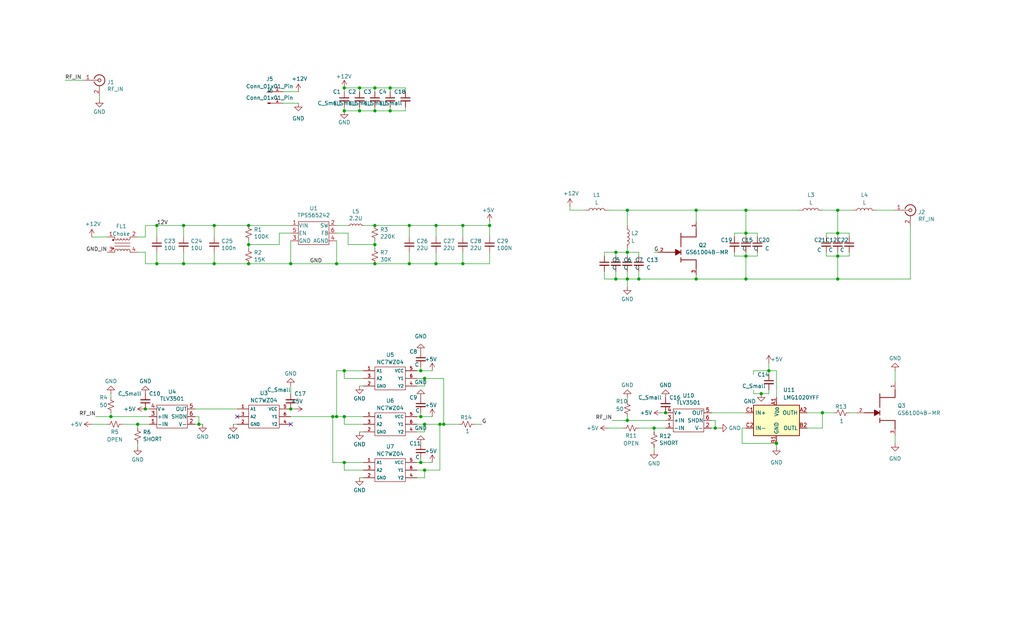
<source format=kicad_sch>
(kicad_sch (version 20231120) (generator "eeschema") (generator_version "8.0")
  (paper "User" 340.004 210.007)
  (lib_symbols
    (symbol "Connector:Conn_01x01_Pin" (pin_names (offset 1.016) hide)
      (property "Reference" "J" (at 0 2.54 0))
      (property "Value" "Conn_01x01_Pin" (at 0 -2.54 0))
      (symbol "Conn_01x01_Pin_1_1"
        (polyline (pts (xy 1.27 0) (xy 0.8636 0)) (stroke (width 0.1524)))
        (rectangle (start 0.8636 0.127) (end 0 -0.127) (stroke (width 0.1524)) (fill (type outline)))
        (pin passive line (at 5.08 0 180) (length 3.81) (name "Pin_1") (number "1"))
      )
    )
    (symbol "Connector:Conn_Coaxial" (pin_names (offset 1.016) hide)
      (property "Reference" "J" (at 0.254 3.048 0))
      (property "Value" "Conn_Coaxial" (at 2.921 0 90))
      (symbol "Conn_Coaxial_0_1"
        (arc (start -1.778 -0.508) (mid 0.2311 -1.8066) (end 1.778 0) (stroke (width 0.254)))
        (polyline (pts (xy -2.54 0) (xy -0.508 0)))
        (polyline (pts (xy 0 -2.54) (xy 0 -1.778)))
        (circle (center 0 0) (radius 0.508) (stroke (width 0.2032)))
        (arc (start 1.778 0) (mid 0.2099 1.8101) (end -1.778 0.508) (stroke (width 0.254)))
      )
      (symbol "Conn_Coaxial_1_1"
        (pin passive line (at -5.08 0 0) (length 2.54) (name "In") (number "1"))
        (pin passive line (at 0 -5.08 90) (length 2.54) (name "Ext") (number "2"))
      )
    )
    (symbol "Device:C_Small" (pin_numbers hide) (pin_names (offset 0.254) hide)
      (property "Reference" "C" (at 0.254 1.778 0))
      (property "Value" "C_Small" (at 0.254 -2.032 0))
      (symbol "C_Small_0_1"
        (polyline (pts (xy -1.524 -0.508) (xy 1.524 -0.508)) (stroke (width 0.3302)))
        (polyline (pts (xy -1.524 0.508) (xy 1.524 0.508)) (stroke (width 0.3048)))
      )
      (symbol "C_Small_1_1"
        (pin passive line (at 0 2.54 270) (length 2.032) (name "~") (number "1"))
        (pin passive line (at 0 -2.54 90) (length 2.032) (name "~") (number "2"))
      )
    )
    (symbol "Device:L" (pin_numbers hide) (pin_names (offset 1.016) hide)
      (property "Reference" "L" (at -1.27 0 90))
      (property "Value" "L" (at 1.905 0 90))
      (symbol "L_0_1"
        (arc (start 0 -2.54) (mid 0.6323 -1.905) (end 0 -1.27))
        (arc (start 0 -1.27) (mid 0.6323 -0.635) (end 0 0))
        (arc (start 0 0) (mid 0.6323 0.635) (end 0 1.27))
        (arc (start 0 1.27) (mid 0.6323 1.905) (end 0 2.54))
      )
      (symbol "L_1_1"
        (pin passive line (at 0 3.81 270) (length 1.27) (name "1") (number "1"))
        (pin passive line (at 0 -3.81 90) (length 1.27) (name "2") (number "2"))
      )
    )
    (symbol "Device:L_Small" (pin_numbers hide) (pin_names (offset 0.254) hide)
      (property "Reference" "L" (at 0.762 1.016 0))
      (property "Value" "L_Small" (at 0.762 -1.016 0))
      (symbol "L_Small_0_1"
        (arc (start 0 -2.032) (mid 0.5058 -1.524) (end 0 -1.016))
        (arc (start 0 -1.016) (mid 0.5058 -0.508) (end 0 0))
        (arc (start 0 0) (mid 0.5058 0.508) (end 0 1.016))
        (arc (start 0 1.016) (mid 0.5058 1.524) (end 0 2.032))
      )
      (symbol "L_Small_1_1"
        (pin passive line (at 0 2.54 270) (length 0.508) (name "~") (number "1"))
        (pin passive line (at 0 -2.54 90) (length 0.508) (name "~") (number "2"))
      )
    )
    (symbol "Device:R_Small_US" (pin_numbers hide) (pin_names (offset 0.254) hide)
      (property "Reference" "R" (at 0.762 0.508 0))
      (property "Value" "R_Small_US" (at 0.762 -1.016 0))
      (symbol "R_Small_US_1_1"
        (polyline (pts (xy 0 0) (xy 1.016 -0.381) (xy 0 -0.762) (xy -1.016 -1.143) (xy 0 -1.524)))
        (polyline (pts (xy 0 1.524) (xy 1.016 1.143) (xy 0 0.762) (xy -1.016 0.381) (xy 0 0)))
        (pin passive line (at 0 2.54 270) (length 1.016) (name "~") (number "1"))
        (pin passive line (at 0 -2.54 90) (length 1.016) (name "~") (number "2"))
      )
    )
    (symbol "Driver_FET:LMG1020YFF"
      (property "Reference" "U" (at 5.715 5.715 0))
      (property "Value" "LMG1020YFF" (at 6.35 -6.35 0))
      (symbol "LMG1020YFF_0_1"
        (rectangle (start -7.62 5.08) (end 7.62 -5.08) (stroke (width 0.254)) (fill (type background)))
      )
      (symbol "LMG1020YFF_1_1"
        (pin power_in line (at 0 7.62 270) (length 2.54) (name "V_{DD}") (number "A1"))
        (pin output line (at 10.16 2.54 180) (length 2.54) (name "OUTH") (number "A2"))
        (pin power_in line (at 0 -7.62 90) (length 2.54) (name "GND") (number "B1"))
        (pin output line (at 10.16 -2.54 180) (length 2.54) (name "OUTL") (number "B2"))
        (pin input line (at -10.16 2.54 0) (length 2.54) (name "IN+") (number "C1"))
        (pin input line (at -10.16 -2.54 0) (length 2.54) (name "IN-") (number "C2"))
      )
    )
    (symbol "Filter:Choke_Schaffner_RN102-0.3-02-12M" (pin_names hide)
      (property "Reference" "FL" (at 0 5.08 0))
      (property "Value" "Choke_Schaffner_RN102-0.3-02-12M" (at 0 -5.08 0))
      (symbol "Choke_Schaffner_RN102-0.3-02-12M_1_1"
        (circle (center -3.048 -1.27) (radius 0.254) (fill (type outline)))
        (circle (center -3.048 1.524) (radius 0.254) (fill (type outline)))
        (arc (start -2.54 2.032) (mid -2.032 1.5262) (end -1.524 2.032))
        (arc (start -1.524 -2.032) (mid -2.032 -1.5262) (end -2.54 -2.032))
        (arc (start -1.524 2.032) (mid -1.016 1.5262) (end -0.508 2.032))
        (arc (start -0.508 -2.032) (mid -1.016 -1.5262) (end -1.524 -2.032))
        (arc (start -0.508 2.032) (mid 0 1.5262) (end 0.508 2.032))
        (polyline (pts (xy -2.54 -2.032) (xy -2.54 -2.54)))
        (polyline (pts (xy -2.54 0.508) (xy 2.54 0.508)))
        (polyline (pts (xy -2.54 2.032) (xy -2.54 2.54)))
        (polyline (pts (xy 2.54 -2.032) (xy 2.54 -2.54)))
        (polyline (pts (xy 2.54 -0.508) (xy -2.54 -0.508)))
        (polyline (pts (xy 2.54 2.54) (xy 2.54 2.032)))
        (arc (start 0.508 -2.032) (mid 0 -1.5262) (end -0.508 -2.032))
        (arc (start 0.508 2.032) (mid 1.016 1.5262) (end 1.524 2.032))
        (arc (start 1.524 -2.032) (mid 1.016 -1.5262) (end 0.508 -2.032))
        (arc (start 1.524 2.032) (mid 2.032 1.5262) (end 2.54 2.032))
        (arc (start 2.54 -2.032) (mid 2.032 -1.5262) (end 1.524 -2.032))
        (pin passive line (at -5.08 2.54 0) (length 2.54) (name "1") (number "1"))
        (pin passive line (at 5.08 2.54 180) (length 2.54) (name "2") (number "2"))
        (pin passive line (at -5.08 -2.54 0) (length 2.54) (name "3") (number "3"))
        (pin passive line (at 5.08 -2.54 180) (length 2.54) (name "4") (number "4"))
      )
    )
    (symbol "GS61004B-MR:GS61004B-MR" (pin_names (offset 1.016))
      (property "Reference" "Q" (at -8.89 7.62 0))
      (property "Value" "GS61004B-MR" (at -8.89 -8.89 0))
      (symbol "GS61004B-MR_0_0"
        (polyline (pts (xy -0.635 0) (xy -5.08 0)) (stroke (width 0.254)))
        (polyline (pts (xy 0 -2.54) (xy 0 -3.302)) (stroke (width 0.254)))
        (polyline (pts (xy 0 -2.54) (xy 5.08 -2.54)) (stroke (width 0.254)))
        (polyline (pts (xy 0 -1.778) (xy 0 -2.54)) (stroke (width 0.254)))
        (polyline (pts (xy 0 -0.762) (xy 0 0.762)) (stroke (width 0.254)))
        (polyline (pts (xy 0 1.778) (xy 0 5.08)) (stroke (width 0.254)))
        (polyline (pts (xy 0 5.08) (xy 0 6.35)) (stroke (width 0.254)))
        (polyline (pts (xy 0 5.08) (xy 5.08 5.08)) (stroke (width 0.254)))
        (polyline (pts (xy 5.08 -2.54) (xy 5.08 -5.334)) (stroke (width 0.254)))
        (polyline (pts (xy 5.08 5.08) (xy 5.08 7.62)) (stroke (width 0.254)))
        (polyline (pts (xy -0.127 0) (xy -1.778 0.9525) (xy -1.778 -0.9525) (xy -0.127 0)) (stroke (width 0.254)) (fill (type outline)))
        (pin passive line (at 5.08 10.16 270) (length 2.54) (name "~") (number "1"))
        (pin passive line (at -7.62 0 0) (length 2.54) (name "~") (number "2"))
        (pin passive line (at 5.08 -7.62 90) (length 2.54) (name "~") (number "3"))
      )
    )
    (symbol "MyKICAD:TLV3501" (pin_names (offset 0.1016))
      (property "Reference" "U" (at 1.27 1.27 0))
      (property "Value" "MyKICAD_TLV3501" (at 5.08 -8.89 0))
      (symbol "TLV3501_0_1"
        (rectangle (start 0 0) (end 10.16 -7.62))
      )
      (symbol "TLV3501_1_1"
        (pin bidirectional line (at -2.54 -6.35 0) (length 2.54) (name "-IN") (number "1"))
        (pin bidirectional line (at 12.7 -6.35 180) (length 2.54) (name "V-") (number "2"))
        (pin bidirectional line (at -2.54 -3.81 0) (length 2.54) (name "+IN") (number "3"))
        (pin bidirectional line (at -2.54 -1.27 0) (length 2.54) (name "V+") (number "4"))
        (pin bidirectional line (at 12.7 -1.27 180) (length 2.54) (name "OUT") (number "5"))
        (pin bidirectional line (at 12.7 -3.81 180) (length 2.54) (name "SHDN") (number "6"))
      )
    )
    (symbol "MyKICAD:TPS565242" (pin_names (offset 0.1016))
      (property "Reference" "U" (at 1.27 1.27 0))
      (property "Value" "MyKICAD_TPS565242" (at 5.08 -8.89 0))
      (symbol "TPS565242_0_1"
        (rectangle (start 0 0) (end 10.16 -7.62))
      )
      (symbol "TPS565242_1_1"
        (pin bidirectional line (at -2.54 -1.27 0) (length 2.54) (name "VIN") (number "1"))
        (pin bidirectional line (at 12.7 -1.27 180) (length 2.54) (name "SW") (number "2"))
        (pin bidirectional line (at -2.54 -6.35 0) (length 2.54) (name "GND") (number "3"))
        (pin bidirectional line (at 12.7 -6.35 180) (length 2.54) (name "AGND") (number "4"))
        (pin bidirectional line (at -2.54 -3.81 0) (length 2.54) (name "EN") (number "5"))
        (pin bidirectional line (at 12.7 -3.81 180) (length 2.54) (name "FB") (number "6"))
      )
    )
    (symbol "parts:NC7WZ04"
      (property "Reference" "U?" (at 0 5.08 0))
      (property "Value" "NC7WZ04" (at -6.35 6.35 0))
      (symbol "NC7WZ04_0_1"
        (rectangle (start -5.08 3.81) (end 5.08 -3.81))
      )
      (symbol "NC7WZ04_1_0"
        (pin input line (at -8.89 2.54 0) (length 3.81) (name "A1") (number "1"))
        (pin input line (at -8.89 -2.54 0) (length 3.81) (name "GND") (number "2"))
        (pin input line (at -8.89 0 0) (length 3.81) (name "A2") (number "3"))
        (pin input line (at 8.89 -2.54 180) (length 3.81) (name "Y2") (number "4"))
        (pin input line (at 8.89 2.54 180) (length 3.81) (name "VCC") (number "5"))
        (pin input line (at 8.89 0 180) (length 3.81) (name "Y1") (number "6"))
      )
    )
    (symbol "power:+5V" (power) (pin_names (offset 0))
      (property "Value" "+5V" (at 0 3.556 0))
      (symbol "+5V_0_1"
        (polyline (pts (xy -0.762 1.27) (xy 0 2.54)))
        (polyline (pts (xy 0 0) (xy 0 2.54)))
        (polyline (pts (xy 0 2.54) (xy 0.762 1.27)))
      )
      (symbol "+5V_1_1"
        (pin power_in line (at 0 0 90) (length 0) hide (name "+5V") (number "1"))
      )
    )
    (symbol "power:GND" (power) (pin_names (offset 0))
      (property "Value" "GND" (at 0 -3.81 0))
      (symbol "GND_0_1"
        (polyline (pts (xy 0 0) (xy 0 -1.27) (xy 1.27 -1.27) (xy 0 -2.54) (xy -1.27 -1.27) (xy 0 -1.27)))
      )
      (symbol "GND_1_1"
        (pin power_in line (at 0 0 270) (length 0) hide (name "GND") (number "1"))
      )
    )
  )
  (junction (at 278.13 85.09))
  (junction (at 255.27 123.19))
  (junction (at 60.96 74.93))
  (junction (at 231.14 69.85))
  (junction (at 208.28 92.71))
  (junction (at 111.76 87.63))
  (junction (at 124.46 74.93))
  (junction (at 96.52 87.63))
  (junction (at 252.73 130.81))
  (junction (at 60.96 87.63))
  (junction (at 153.67 74.93))
  (junction (at 140.97 140.97))
  (junction (at 36.83 138.43))
  (junction (at 71.12 74.93))
  (junction (at 208.28 69.85))
  (junction (at 52.07 87.63))
  (junction (at 278.13 69.85))
  (junction (at 147.32 140.97))
  (junction (at 119.38 36.83))
  (junction (at 144.78 87.63))
  (junction (at 208.28 139.7))
  (junction (at 129.54 29.21))
  (junction (at 124.46 36.83))
  (junction (at 119.38 29.21))
  (junction (at 204.47 92.71))
  (junction (at 140.97 156.21))
  (junction (at 48.26 135.89))
  (junction (at 273.05 137.16))
  (junction (at 82.55 81.28))
  (junction (at 52.07 74.93))
  (junction (at 111.76 138.43))
  (junction (at 135.89 74.93))
  (junction (at 247.65 69.85))
  (junction (at 237.49 142.24))
  (junction (at 114.3 36.83))
  (junction (at 220.98 137.16))
  (junction (at 144.78 74.93))
  (junction (at 140.97 125.73))
  (junction (at 153.67 87.63))
  (junction (at 124.46 81.28))
  (junction (at 278.13 92.71))
  (junction (at 114.3 138.43))
  (junction (at 208.28 83.82))
  (junction (at 139.7 153.67))
  (junction (at 45.72 140.97))
  (junction (at 247.65 77.47))
  (junction (at 135.89 87.63))
  (junction (at 139.7 138.43))
  (junction (at 71.12 87.63))
  (junction (at 231.14 92.71))
  (junction (at 217.17 142.24))
  (junction (at 162.56 74.93))
  (junction (at 110.49 138.43))
  (junction (at 146.05 140.97))
  (junction (at 204.47 83.82))
  (junction (at 212.09 92.71))
  (junction (at 82.55 74.93))
  (junction (at 247.65 85.09))
  (junction (at 124.46 87.63))
  (junction (at 247.65 92.71))
  (junction (at 139.7 123.19))
  (junction (at 114.3 153.67))
  (junction (at 257.81 147.32))
  (junction (at 124.46 29.21))
  (junction (at 96.52 135.89))
  (junction (at 66.04 140.97))
  (junction (at 114.3 123.19))
  (junction (at 114.3 29.21))
  (junction (at 129.54 36.83))
  (junction (at 82.55 87.63))
  (junction (at 278.13 77.47))
  (no_connect (at 78.74 138.43))
  (no_connect (at 96.52 140.97))
  (wire (pts (xy 48.26 78.74) (xy 48.26 74.93)))
  (wire (pts (xy 124.46 29.21) (xy 129.54 29.21)))
  (wire (pts (xy 278.13 83.82) (xy 278.13 85.09)))
  (wire (pts (xy 251.46 85.09) (xy 247.65 85.09)))
  (wire (pts (xy 162.56 83.82) (xy 162.56 87.63)))
  (wire (pts (xy 96.52 128.27) (xy 96.52 130.81)))
  (wire (pts (xy 243.84 85.09) (xy 247.65 85.09)))
  (wire (pts (xy 267.97 137.16) (xy 273.05 137.16)))
  (wire (pts (xy 52.07 83.82) (xy 52.07 87.63)))
  (wire (pts (xy 200.66 83.82) (xy 200.66 85.09)))
  (wire (pts (xy 146.05 140.97) (xy 147.32 140.97)))
  (wire (pts (xy 64.77 138.43) (xy 66.04 138.43)))
  (wire (pts (xy 119.38 158.75) (xy 120.65 158.75)))
  (wire (pts (xy 204.47 83.82) (xy 204.47 85.09)))
  (wire (pts (xy 231.14 69.85) (xy 247.65 69.85)))
  (wire (pts (xy 247.65 77.47) (xy 247.65 78.74)))
  (wire (pts (xy 153.67 74.93) (xy 153.67 78.74)))
  (wire (pts (xy 208.28 69.85) (xy 208.28 74.93)))
  (wire (pts (xy 247.65 85.09) (xy 247.65 92.71)))
  (wire (pts (xy 246.38 142.24) (xy 247.65 142.24)))
  (wire (pts (xy 114.3 153.67) (xy 114.3 156.21)))
  (wire (pts (xy 267.97 142.24) (xy 273.05 142.24)))
  (wire (pts (xy 120.65 74.93) (xy 124.46 74.93)))
  (wire (pts (xy 138.43 125.73) (xy 140.97 125.73)))
  (wire (pts (xy 274.32 85.09) (xy 278.13 85.09)))
  (wire (pts (xy 236.22 142.24) (xy 237.49 142.24)))
  (wire (pts (xy 138.43 123.19) (xy 139.7 123.19)))
  (wire (pts (xy 247.65 77.47) (xy 251.46 77.47)))
  (wire (pts (xy 48.26 135.89) (xy 49.53 135.89)))
  (wire (pts (xy 111.76 123.19) (xy 111.76 138.43)))
  (wire (pts (xy 60.96 74.93) (xy 52.07 74.93)))
  (wire (pts (xy 201.93 69.85) (xy 208.28 69.85)))
  (wire (pts (xy 138.43 143.51) (xy 140.97 143.51)))
  (wire (pts (xy 82.55 81.28) (xy 82.55 82.55)))
  (wire (pts (xy 252.73 130.81) (xy 255.27 130.81)))
  (wire (pts (xy 114.3 123.19) (xy 114.3 125.73)))
  (wire (pts (xy 281.94 137.16) (xy 284.48 137.16)))
  (wire (pts (xy 82.55 80.01) (xy 82.55 81.28)))
  (wire (pts (xy 250.19 130.81) (xy 252.73 130.81)))
  (wire (pts (xy 114.3 138.43) (xy 114.3 140.97)))
  (wire (pts (xy 140.97 143.51) (xy 140.97 140.97)))
  (wire (pts (xy 144.78 83.82) (xy 144.78 87.63)))
  (wire (pts (xy 96.52 87.63) (xy 96.52 80.01)))
  (wire (pts (xy 135.89 83.82) (xy 135.89 87.63)))
  (wire (pts (xy 119.38 35.56) (xy 119.38 36.83)))
  (wire (pts (xy 96.52 87.63) (xy 111.76 87.63)))
  (wire (pts (xy 66.04 138.43) (xy 66.04 140.97)))
  (wire (pts (xy 114.3 138.43) (xy 120.65 138.43)))
  (wire (pts (xy 200.66 92.71) (xy 204.47 92.71)))
  (wire (pts (xy 200.66 83.82) (xy 204.47 83.82)))
  (wire (pts (xy 208.28 139.7) (xy 203.2 139.7)))
  (wire (pts (xy 189.23 69.85) (xy 194.31 69.85)))
  (wire (pts (xy 274.32 83.82) (xy 274.32 85.09)))
  (wire (pts (xy 251.46 83.82) (xy 251.46 85.09)))
  (wire (pts (xy 36.83 130.81) (xy 36.83 132.08)))
  (wire (pts (xy 144.78 87.63) (xy 135.89 87.63)))
  (wire (pts (xy 40.64 140.97) (xy 45.72 140.97)))
  (wire (pts (xy 212.09 90.17) (xy 212.09 92.71)))
  (wire (pts (xy 114.3 140.97) (xy 120.65 140.97)))
  (wire (pts (xy 208.28 83.82) (xy 208.28 85.09)))
  (wire (pts (xy 255.27 120.65) (xy 255.27 123.19)))
  (wire (pts (xy 36.83 138.43) (xy 31.75 138.43)))
  (wire (pts (xy 36.83 138.43) (xy 49.53 138.43)))
  (wire (pts (xy 290.83 69.85) (xy 297.18 69.85)))
  (wire (pts (xy 134.62 36.83) (xy 129.54 36.83)))
  (wire (pts (xy 33.02 31.75) (xy 33.02 33.02)))
  (wire (pts (xy 278.13 92.71) (xy 247.65 92.71)))
  (wire (pts (xy 111.76 138.43) (xy 114.3 138.43)))
  (wire (pts (xy 237.49 142.24) (xy 238.76 142.24)))
  (wire (pts (xy 138.43 158.75) (xy 140.97 158.75)))
  (wire (pts (xy 162.56 74.93) (xy 162.56 78.74)))
  (wire (pts (xy 281.94 85.09) (xy 278.13 85.09)))
  (wire (pts (xy 302.26 74.93) (xy 302.26 92.71)))
  (wire (pts (xy 93.98 30.48) (xy 99.06 30.48)))
  (wire (pts (xy 45.72 83.82) (xy 48.26 83.82)))
  (wire (pts (xy 92.71 77.47) (xy 96.52 77.47)))
  (wire (pts (xy 71.12 83.82) (xy 71.12 87.63)))
  (wire (pts (xy 246.38 142.24) (xy 246.38 147.32)))
  (wire (pts (xy 147.32 140.97) (xy 152.4 140.97)))
  (wire (pts (xy 212.09 83.82) (xy 212.09 85.09)))
  (wire (pts (xy 77.47 140.97) (xy 78.74 140.97)))
  (wire (pts (xy 129.54 36.83) (xy 129.54 35.56)))
  (wire (pts (xy 82.55 87.63) (xy 96.52 87.63)))
  (wire (pts (xy 140.97 128.27) (xy 140.97 125.73)))
  (wire (pts (xy 119.38 128.27) (xy 120.65 128.27)))
  (wire (pts (xy 48.26 83.82) (xy 48.26 87.63)))
  (wire (pts (xy 255.27 129.54) (xy 255.27 130.81)))
  (wire (pts (xy 246.38 147.32) (xy 257.81 147.32)))
  (wire (pts (xy 255.27 123.19) (xy 250.19 123.19)))
  (wire (pts (xy 36.83 138.43) (xy 36.83 137.16)))
  (wire (pts (xy 153.67 74.93) (xy 162.56 74.93)))
  (wire (pts (xy 281.94 83.82) (xy 281.94 85.09)))
  (wire (pts (xy 153.67 87.63) (xy 144.78 87.63)))
  (wire (pts (xy 138.43 140.97) (xy 140.97 140.97)))
  (wire (pts (xy 243.84 78.74) (xy 243.84 77.47)))
  (wire (pts (xy 162.56 73.66) (xy 162.56 74.93)))
  (wire (pts (xy 217.17 148.59) (xy 217.17 149.86)))
  (wire (pts (xy 21.59 26.67) (xy 27.94 26.67)))
  (wire (pts (xy 147.32 125.73) (xy 147.32 140.97)))
  (wire (pts (xy 115.57 81.28) (xy 124.46 81.28)))
  (wire (pts (xy 208.28 83.82) (xy 208.28 82.55)))
  (wire (pts (xy 119.38 29.21) (xy 119.38 30.48)))
  (wire (pts (xy 135.89 87.63) (xy 124.46 87.63)))
  (wire (pts (xy 60.96 74.93) (xy 60.96 78.74)))
  (wire (pts (xy 111.76 74.93) (xy 115.57 74.93)))
  (wire (pts (xy 281.94 77.47) (xy 281.94 78.74)))
  (wire (pts (xy 110.49 138.43) (xy 111.76 138.43)))
  (wire (pts (xy 231.14 92.71) (xy 231.14 91.44)))
  (wire (pts (xy 114.3 125.73) (xy 120.65 125.73)))
  (wire (pts (xy 297.18 144.78) (xy 297.18 147.32)))
  (wire (pts (xy 115.57 77.47) (xy 111.76 77.47)))
  (wire (pts (xy 111.76 123.19) (xy 114.3 123.19)))
  (wire (pts (xy 144.78 74.93) (xy 144.78 78.74)))
  (wire (pts (xy 208.28 90.17) (xy 208.28 92.71)))
  (wire (pts (xy 139.7 137.16) (xy 139.7 138.43)))
  (wire (pts (xy 129.54 29.21) (xy 134.62 29.21)))
  (wire (pts (xy 217.17 83.82) (xy 218.44 83.82)))
  (wire (pts (xy 140.97 140.97) (xy 146.05 140.97)))
  (wire (pts (xy 273.05 69.85) (xy 278.13 69.85)))
  (wire (pts (xy 274.32 78.74) (xy 274.32 77.47)))
  (wire (pts (xy 45.72 78.74) (xy 48.26 78.74)))
  (wire (pts (xy 212.09 142.24) (xy 217.17 142.24)))
  (wire (pts (xy 135.89 74.93) (xy 135.89 78.74)))
  (wire (pts (xy 45.72 142.24) (xy 45.72 140.97)))
  (wire (pts (xy 247.65 83.82) (xy 247.65 85.09)))
  (wire (pts (xy 251.46 78.74) (xy 251.46 77.47)))
  (wire (pts (xy 67.31 140.97) (xy 66.04 140.97)))
  (wire (pts (xy 247.65 69.85) (xy 247.65 77.47)))
  (wire (pts (xy 45.72 140.97) (xy 49.53 140.97)))
  (wire (pts (xy 278.13 77.47) (xy 278.13 78.74)))
  (wire (pts (xy 278.13 69.85) (xy 283.21 69.85)))
  (wire (pts (xy 189.23 68.58) (xy 189.23 69.85)))
  (wire (pts (xy 162.56 87.63) (xy 153.67 87.63)))
  (wire (pts (xy 278.13 77.47) (xy 281.94 77.47)))
  (wire (pts (xy 52.07 74.93) (xy 52.07 78.74)))
  (wire (pts (xy 48.26 74.93) (xy 52.07 74.93)))
  (wire (pts (xy 208.28 69.85) (xy 231.14 69.85)))
  (wire (pts (xy 114.3 35.56) (xy 114.3 36.83)))
  (wire (pts (xy 208.28 132.08) (xy 208.28 133.35)))
  (wire (pts (xy 297.18 123.19) (xy 297.18 127)))
  (wire (pts (xy 278.13 85.09) (xy 278.13 92.71)))
  (wire (pts (xy 96.52 138.43) (xy 110.49 138.43)))
  (wire (pts (xy 273.05 137.16) (xy 276.86 137.16)))
  (wire (pts (xy 52.07 87.63) (xy 60.96 87.63)))
  (wire (pts (xy 114.3 156.21) (xy 120.65 156.21)))
  (wire (pts (xy 255.27 123.19) (xy 255.27 124.46)))
  (wire (pts (xy 71.12 87.63) (xy 82.55 87.63)))
  (wire (pts (xy 114.3 29.21) (xy 114.3 30.48)))
  (wire (pts (xy 212.09 92.71) (xy 231.14 92.71)))
  (wire (pts (xy 139.7 138.43) (xy 143.51 138.43)))
  (wire (pts (xy 110.49 153.67) (xy 114.3 153.67)))
  (wire (pts (xy 217.17 142.24) (xy 220.98 142.24)))
  (wire (pts (xy 110.49 153.67) (xy 110.49 138.43)))
  (wire (pts (xy 114.3 153.67) (xy 120.65 153.67)))
  (wire (pts (xy 45.72 147.32) (xy 45.72 148.59)))
  (wire (pts (xy 274.32 77.47) (xy 278.13 77.47)))
  (wire (pts (xy 71.12 74.93) (xy 71.12 78.74)))
  (wire (pts (xy 124.46 80.01) (xy 124.46 81.28)))
  (wire (pts (xy 201.93 142.24) (xy 207.01 142.24)))
  (wire (pts (xy 96.52 135.89) (xy 97.79 135.89)))
  (wire (pts (xy 236.22 137.16) (xy 247.65 137.16)))
  (wire (pts (xy 208.28 83.82) (xy 212.09 83.82)))
  (wire (pts (xy 138.43 153.67) (xy 139.7 153.67)))
  (wire (pts (xy 204.47 83.82) (xy 208.28 83.82)))
  (wire (pts (xy 119.38 36.83) (xy 124.46 36.83)))
  (wire (pts (xy 144.78 74.93) (xy 153.67 74.93)))
  (wire (pts (xy 124.46 35.56) (xy 124.46 36.83)))
  (wire (pts (xy 92.71 81.28) (xy 92.71 77.47)))
  (wire (pts (xy 71.12 74.93) (xy 60.96 74.93)))
  (wire (pts (xy 200.66 90.17) (xy 200.66 92.71)))
  (wire (pts (xy 243.84 83.82) (xy 243.84 85.09)))
  (wire (pts (xy 204.47 92.71) (xy 208.28 92.71)))
  (wire (pts (xy 82.55 74.93) (xy 96.52 74.93)))
  (wire (pts (xy 146.05 140.97) (xy 146.05 156.21)))
  (wire (pts (xy 138.43 156.21) (xy 140.97 156.21)))
  (wire (pts (xy 30.48 140.97) (xy 35.56 140.97)))
  (wire (pts (xy 257.81 147.32) (xy 257.81 148.59)))
  (wire (pts (xy 124.46 81.28) (xy 124.46 82.55)))
  (wire (pts (xy 82.55 74.93) (xy 71.12 74.93)))
  (wire (pts (xy 66.04 140.97) (xy 64.77 140.97)))
  (wire (pts (xy 278.13 69.85) (xy 278.13 77.47)))
  (wire (pts (xy 138.43 128.27) (xy 140.97 128.27)))
  (wire (pts (xy 204.47 90.17) (xy 204.47 92.71)))
  (wire (pts (xy 217.17 143.51) (xy 217.17 142.24)))
  (wire (pts (xy 134.62 29.21) (xy 134.62 30.48)))
  (wire (pts (xy 60.96 83.82) (xy 60.96 87.63)))
  (wire (pts (xy 124.46 29.21) (xy 124.46 30.48)))
  (wire (pts (xy 157.48 140.97) (xy 160.02 140.97)))
  (wire (pts (xy 247.65 92.71) (xy 231.14 92.71)))
  (wire (pts (xy 124.46 36.83) (xy 129.54 36.83)))
  (wire (pts (xy 111.76 80.01) (xy 111.76 87.63)))
  (wire (pts (xy 208.28 139.7) (xy 208.28 138.43)))
  (wire (pts (xy 250.19 123.19) (xy 250.19 124.46)))
  (wire (pts (xy 140.97 156.21) (xy 146.05 156.21)))
  (wire (pts (xy 257.81 123.19) (xy 257.81 132.08)))
  (wire (pts (xy 255.27 123.19) (xy 257.81 123.19)))
  (wire (pts (xy 139.7 123.19) (xy 143.51 123.19)))
  (wire (pts (xy 231.14 69.85) (xy 231.14 73.66)))
  (wire (pts (xy 208.28 92.71) (xy 208.28 95.25)))
  (wire (pts (xy 138.43 138.43) (xy 139.7 138.43)))
  (wire (pts (xy 111.76 87.63) (xy 124.46 87.63)))
  (wire (pts (xy 250.19 129.54) (xy 250.19 130.81)))
  (wire (pts (xy 115.57 77.47) (xy 115.57 81.28)))
  (wire (pts (xy 48.26 87.63) (xy 52.07 87.63)))
  (wire (pts (xy 119.38 29.21) (xy 124.46 29.21)))
  (wire (pts (xy 114.3 29.21) (xy 119.38 29.21)))
  (wire (pts (xy 129.54 29.21) (xy 129.54 30.48)))
  (wire (pts (xy 114.3 36.83) (xy 119.38 36.83)))
  (wire (pts (xy 302.26 92.71) (xy 278.13 92.71)))
  (wire (pts (xy 140.97 158.75) (xy 140.97 156.21)))
  (wire (pts (xy 236.22 139.7) (xy 237.49 139.7)))
  (wire (pts (xy 114.3 123.19) (xy 120.65 123.19)))
  (wire (pts (xy 219.71 137.16) (xy 220.98 137.16)))
  (wire (pts (xy 247.65 69.85) (xy 265.43 69.85)))
  (wire (pts (xy 273.05 142.24) (xy 273.05 137.16)))
  (wire (pts (xy 60.96 87.63) (xy 71.12 87.63)))
  (wire (pts (xy 135.89 74.93) (xy 144.78 74.93)))
  (wire (pts (xy 93.98 34.29) (xy 99.06 34.29)))
  (wire (pts (xy 208.28 92.71) (xy 212.09 92.71)))
  (wire (pts (xy 208.28 139.7) (xy 220.98 139.7)))
  (wire (pts (xy 30.48 78.74) (xy 35.56 78.74)))
  (wire (pts (xy 237.49 139.7) (xy 237.49 142.24)))
  (wire (pts (xy 119.38 143.51) (xy 120.65 143.51)))
  (wire (pts (xy 140.97 125.73) (xy 147.32 125.73)))
  (wire (pts (xy 64.77 135.89) (xy 78.74 135.89)))
  (wire (pts (xy 139.7 152.4) (xy 139.7 153.67)))
  (wire (pts (xy 139.7 121.92) (xy 139.7 123.19)))
  (wire (pts (xy 124.46 74.93) (xy 135.89 74.93)))
  (wire (pts (xy 243.84 77.47) (xy 247.65 77.47)))
  (wire (pts (xy 82.55 81.28) (xy 92.71 81.28)))
  (wire (pts (xy 153.67 83.82) (xy 153.67 87.63)))
  (wire (pts (xy 139.7 153.67) (xy 143.51 153.67)))
  (wire (pts (xy 134.62 35.56) (xy 134.62 36.83)))
  (label "12V" (at 52.07 74.93 0))
  (label "G" (at 217.17 83.82 0))
  (label "RF_IN" (at 203.2 139.7 180))
  (label "GND_IN" (at 35.56 83.82 180))
  (label "GND" (at 102.87 87.63 0))
  (label "RF_IN" (at 21.59 26.67 0))
  (label "G" (at 160.02 140.97 0))
  (label "RF_IN" (at 31.75 138.43 180))
  (symbol (lib_id "Device:C_Small") (at 71.12 81.28 0) (unit 1)
    (property "Reference" "C25" (at 73.4568 80.1116 0) (effects (justify left)))
    (property "Value" "100n" (at 73.4568 82.423 0) (effects (justify left)))
    (property "Footprint" "Capacitor_SMD:C_0603_1608Metric" (effects (hide yes)))
  )
  (symbol (lib_id "power:GND") (at 119.38 143.51 0) (unit 1)
    (property "Reference" "#PWR021" (effects (hide yes)))
    (property "Value" "GND" (at 119.38 147.6431 0))
  )
  (symbol (lib_id "Filter:Choke_Schaffner_RN102-0.3-02-12M") (at 40.64 81.28 0) (unit 1)
    (property "Reference" "FL1" (at 40.259 75.1672 0))
    (property "Value" "Choke" (at 40.259 77.7041 0))
    (property "Footprint" "Coilcraft:IND_LPD4012-103MRB" (effects (hide yes)))
    (property "Datasheet" "https://www.schaffner.com/products/download/product/datasheet/rn-series-common-mode-chokes-new/" (effects (hide yes)))
  )
  (symbol (lib_id "power:GND") (at 48.26 130.81 180) (unit 1)
    (property "Reference" "#PWR057" (effects (hide yes)))
    (property "Value" "GND" (at 48.26 126.6769 0))
  )
  (symbol (lib_id "power:GND") (at 114.3 36.83 0) (unit 1)
    (property "Reference" "#PWR04" (effects (hide yes)))
    (property "Value" "GND" (at 114.3 40.64 0))
  )
  (symbol (lib_id "power:GND") (at 257.81 148.59 0) (unit 1)
    (property "Reference" "#PWR047" (effects (hide yes)))
    (property "Value" "GND" (at 257.81 153.67 0))
  )
  (symbol (lib_id "Device:R_Small_US") (at 279.4 137.16 90) (unit 1)
    (property "Reference" "R13" (at 281.178 135.128 90) (effects (justify left)))
    (property "Value" "1" (at 280.162 139.954 90) (effects (justify left)))
    (property "Footprint" "Resistor_SMD:R_0402_1005Metric" (effects (hide yes)))
  )
  (symbol (lib_id "power:+5V") (at 143.51 153.67 0) (unit 1)
    (property "Reference" "#PWR024" (effects (hide yes)))
    (property "Value" "+5V" (at 140.97 149.86 0) (effects (justify left)))
  )
  (symbol (lib_id "Device:R_Small_US") (at 217.17 146.05 0) (unit 1)
    (property "Reference" "R12" (at 218.8972 144.8816 0) (effects (justify left)))
    (property "Value" "SHORT" (at 218.8972 147.193 0) (effects (justify left)))
    (property "Footprint" "Resistor_SMD:R_0603_1608Metric" (effects (hide yes)))
  )
  (symbol (lib_id "power:+5V") (at 201.93 142.24 90) (unit 1)
    (property "Reference" "#PWR040" (effects (hide yes)))
    (property "Value" "+5V" (at 198.7551 142.24 90) (effects (justify left)))
  )
  (symbol (lib_id "power:GND") (at 217.17 149.86 0) (unit 1)
    (property "Reference" "#PWR042" (effects (hide yes)))
    (property "Value" "GND" (at 217.17 153.9931 0))
  )
  (symbol (lib_id "power:+5V") (at 30.48 78.74 0) (unit 1)
    (property "Reference" "#PWR05" (effects (hide yes)))
    (property "Value" "+12V" (at 28.194 74.422 0) (effects (justify left)))
  )
  (symbol (lib_id "power:GND") (at 139.7 116.84 180) (unit 1)
    (property "Reference" "#PWR066" (effects (hide yes)))
    (property "Value" "GND" (at 139.7 111.76 0))
  )
  (symbol (lib_id "Device:C_Small") (at 129.54 33.02 0) (unit 1)
    (property "Reference" "C4" (at 125.73 30.48 0) (effects (justify left)))
    (property "Value" "C_Small" (at 120.65 34.29 0) (effects (justify left)))
    (property "Footprint" "Capacitor_SMD:C_0603_1608Metric" (effects (hide yes)))
  )
  (symbol (lib_id "Device:C_Small") (at 200.66 87.63 0) (unit 1)
    (property "Reference" "C5" (at 203.2 86.3662 0) (effects (justify left)))
    (property "Value" "C" (at 203.2 88.9062 0) (effects (justify left)))
    (property "Description" "Unpolarized capacitor, small symbol" (effects (hide yes)))
  )
  (symbol (lib_id "Device:R_Small_US") (at 45.72 144.78 0) (unit 1)
    (property "Reference" "R6" (at 47.4472 143.6116 0) (effects (justify left)))
    (property "Value" "SHORT" (at 47.4472 145.923 0) (effects (justify left)))
    (property "Footprint" "Resistor_SMD:R_0603_1608Metric" (effects (hide yes)))
  )
  (symbol (lib_id "power:GND") (at 77.47 140.97 0) (unit 1)
    (property "Reference" "#PWR013" (effects (hide yes)))
    (property "Value" "GND" (at 77.47 145.1031 0))
  )
  (symbol (lib_id "power:GND") (at 297.18 123.19 180) (unit 1)
    (property "Reference" "#PWR056" (effects (hide yes)))
    (property "Value" "GND" (at 297.18 119.0569 0))
  )
  (symbol (lib_id "parts:NC7WZ04") (at 129.54 125.73 0) (unit 1)
    (property "Reference" "U5" (at 129.54 117.9027 0))
    (property "Value" "NC7WZ04" (at 129.54 120.3269 0))
    (property "Footprint" "pcbparts:nc7wz04_sc-88_SOIC-6" (effects (hide yes)))
  )
  (symbol (lib_id "Device:C_Small") (at 119.38 33.02 0) (unit 1)
    (property "Reference" "C2" (at 115.57 30.48 0) (effects (justify left)))
    (property "Value" "C_Small" (at 110.49 34.29 0) (effects (justify left)))
    (property "Footprint" "Capacitor_SMD:C_0603_1608Metric" (effects (hide yes)))
  )
  (symbol (lib_id "Device:C_Small") (at 139.7 119.38 0) (unit 1)
    (property "Reference" "C8" (at 135.89 116.84 0) (effects (justify left)))
    (property "Value" "C" (at 137.668 121.158 0) (effects (justify left)))
    (property "Footprint" "Capacitor_SMD:C_0402_1005Metric" (effects (hide yes)))
  )
  (symbol (lib_id "Device:L") (at 198.12 69.85 90) (unit 1)
    (property "Reference" "L1" (at 198.12 64.77 90))
    (property "Value" "L" (at 198.12 67.31 90))
    (property "Description" "Inductor" (effects (hide yes)))
  )
  (symbol (lib_id "Device:L_Small") (at 118.11 74.93 90) (unit 1)
    (property "Reference" "L5" (at 118.11 70.231 90))
    (property "Value" "2.2U" (at 118.11 72.5424 90))
    (property "Footprint" "Inductor_SMD:L_Taiyo-Yuden_MD-5050" (effects (hide yes)))
  )
  (symbol (lib_id "Device:C_Small") (at 274.32 81.28 0) (unit 1)
    (property "Reference" "C21" (at 270.256 79.756 0) (effects (justify left)))
    (property "Value" "C" (at 271.272 83.058 0) (effects (justify left)))
    (property "Description" "Unpolarized capacitor, small symbol" (effects (hide yes)))
  )
  (symbol (lib_id "Device:R_Small_US") (at 124.46 85.09 0) (unit 1)
    (property "Reference" "R7" (at 126.1872 83.9216 0) (effects (justify left)))
    (property "Value" "30K" (at 126.1872 86.233 0) (effects (justify left)))
    (property "Footprint" "Resistor_SMD:R_0603_1608Metric" (effects (hide yes)))
  )
  (symbol (lib_id "Device:R_Small_US") (at 36.83 134.62 0) (unit 1)
    (property "Reference" "R4" (at 33.02 132.08 0) (effects (justify left)))
    (property "Value" "50" (at 33.02 134.62 0) (effects (justify left)))
    (property "Footprint" "Resistor_SMD:R_0603_1608Metric" (effects (hide yes)))
  )
  (symbol (lib_id "power:+5V") (at 30.48 140.97 90) (unit 1)
    (property "Reference" "#PWR014" (effects (hide yes)))
    (property "Value" "+5V" (at 27.3051 140.97 90) (effects (justify left)))
  )
  (symbol (lib_id "Device:C_Small") (at 144.78 81.28 0) (unit 1)
    (property "Reference" "C27" (at 147.1168 80.1116 0) (effects (justify left)))
    (property "Value" "22U" (at 147.1168 82.423 0) (effects (justify left)))
    (property "Footprint" "Capacitor_SMD:C_1206_3216Metric" (effects (hide yes)))
  )
  (symbol (lib_id "Device:R_Small_US") (at 208.28 135.89 0) (unit 1)
    (property "Reference" "R10" (at 204.47 133.35 0) (effects (justify left)))
    (property "Value" "50" (at 204.47 135.89 0) (effects (justify left)))
    (property "Footprint" "Resistor_SMD:R_0603_1608Metric" (effects (hide yes)))
  )
  (symbol (lib_id "power:GND") (at 220.98 132.08 180) (unit 1)
    (property "Reference" "#PWR059" (effects (hide yes)))
    (property "Value" "GND" (at 220.98 127.9469 0))
  )
  (symbol (lib_id "power:GND") (at 208.28 132.08 180) (unit 1)
    (property "Reference" "#PWR041" (effects (hide yes)))
    (property "Value" "GND" (at 208.28 127.9469 0))
  )
  (symbol (lib_id "Device:C_Small") (at 162.56 81.28 0) (unit 1)
    (property "Reference" "C29" (at 164.8968 80.1116 0) (effects (justify left)))
    (property "Value" "100N" (at 164.8968 82.423 0) (effects (justify left)))
    (property "Footprint" "Capacitor_SMD:C_0603_1608Metric" (effects (hide yes)))
  )
  (symbol (lib_id "power:+5V") (at 162.56 73.66 0) (unit 1)
    (property "Reference" "#PWR06" (effects (hide yes)))
    (property "Value" "+5V" (at 160.02 69.85 0) (effects (justify left)))
  )
  (symbol (lib_id "Device:C_Small") (at 124.46 33.02 0) (unit 1)
    (property "Reference" "C3" (at 120.65 30.48 0) (effects (justify left)))
    (property "Value" "C_Small" (at 115.57 34.29 0) (effects (justify left)))
    (property "Footprint" "Capacitor_SMD:C_0603_1608Metric" (effects (hide yes)))
  )
  (symbol (lib_id "power:GND") (at 45.72 148.59 0) (unit 1)
    (property "Reference" "#PWR016" (effects (hide yes)))
    (property "Value" "GND" (at 45.72 152.7231 0))
  )
  (symbol (lib_id "power:GND") (at 96.52 128.27 180) (unit 1)
    (property "Reference" "#PWR060" (effects (hide yes)))
    (property "Value" "GND" (at 96.52 124.1369 0))
  )
  (symbol (lib_id "GS61004B-MR:GS61004B-MR") (at 226.06 83.82 0) (unit 1)
    (property "Reference" "Q2" (at 231.902 81.4649 0) (effects (justify left)))
    (property "Value" "GS61004B-MR" (at 227.584 83.82 0) (effects (justify left)))
    (property "Footprint" "EPCGaN:TRANS_GS61004B-MR" (effects (hide yes)))
    (property "Description" "\n100V enhancement mode GaN transistor\n" (effects (hide yes)))
    (property "MF" "GaN Systems Inc" (effects (hide yes)))
    (property "MAXIMUM_PACKAGE_HEIGHT" "0.59 mm" (effects (hide yes)))
    (property "Package" "DFN-3 GaN Systems" (effects (hide yes)))
    (property "Price" "None" (effects (hide yes)))
    (property "Check_prices" "https://www.snapeda.com/parts/GS61004B-MR/GaN+Systems/view-part/?ref=eda" (effects (hide yes)))
    (property "STANDARD" "Manufacturer Recommendations" (effects (hide yes)))
    (property "PARTREV" "Rev. 200402" (effects (hide yes)))
    (property "SnapEDA_Link" "https://www.snapeda.com/parts/GS61004B-MR/GaN+Systems/view-part/?ref=snap" (effects (hide yes)))
    (property "MP" "GS61004B-MR" (effects (hide yes)))
    (property "Purchase-URL" "https://www.snapeda.com/api/url_track_click_mouser/?unipart_id=5674187&manufacturer=GaN Systems Inc&part_name=GS61004B-MR&search_term=gs61004b" (effects (hide yes)))
    (property "Availability" "In Stock" (effects (hide yes)))
    (property "MANUFACTURER" "GaN Systems" (effects (hide yes)))
  )
  (symbol (lib_id "MyKICAD:TPS565242") (at 99.06 73.66 0) (unit 1)
    (property "Reference" "U1" (at 104.14 69.215 0))
    (property "Value" "TPS565242" (at 104.14 71.5264 0))
    (property "Footprint" "Package_TO_SOT_SMD:SOT-563" (effects (hide yes)))
  )
  (symbol (lib_id "power:GND") (at 252.73 130.81 0) (unit 1)
    (property "Reference" "#PWR045" (effects (hide yes)))
    (property "Value" "GND" (at 248.92 133.35 0))
  )
  (symbol (lib_id "Device:L") (at 208.28 78.74 0) (unit 1)
    (property "Reference" "L2" (at 209.55 77.4699 0) (effects (justify left)))
    (property "Value" "L" (at 209.55 80.0099 0) (effects (justify left)))
    (property "Description" "Inductor" (effects (hide yes)))
  )
  (symbol (lib_id "Device:C_Small") (at 153.67 81.28 0) (unit 1)
    (property "Reference" "C28" (at 156.0068 80.1116 0) (effects (justify left)))
    (property "Value" "22U" (at 156.0068 82.423 0) (effects (justify left)))
    (property "Footprint" "Capacitor_SMD:C_1206_3216Metric" (effects (hide yes)))
  )
  (symbol (lib_id "Device:C_Small") (at 212.09 87.63 0) (unit 1)
    (property "Reference" "C13" (at 214.63 86.3662 0) (effects (justify left)))
    (property "Value" "C" (at 214.63 88.9062 0) (effects (justify left)))
    (property "Description" "Unpolarized capacitor, small symbol" (effects (hide yes)))
  )
  (symbol (lib_id "power:+5V") (at 97.79 135.89 270) (unit 1)
    (property "Reference" "#PWR012" (effects (hide yes)))
    (property "Value" "+5V" (at 96.52 133.35 90) (effects (justify left)))
  )
  (symbol (lib_id "power:GND") (at 238.76 142.24 90) (unit 1)
    (property "Reference" "#PWR044" (effects (hide yes)))
    (property "Value" "GND" (at 241.935 142.24 90) (effects (justify right)))
  )
  (symbol (lib_id "Device:C_Small") (at 60.96 81.28 0) (unit 1)
    (property "Reference" "C24" (at 63.2968 80.1116 0) (effects (justify left)))
    (property "Value" "10U" (at 63.2968 82.423 0) (effects (justify left)))
    (property "Footprint" "Capacitor_SMD:C_0805_2012Metric" (effects (hide yes)))
  )
  (symbol (lib_id "Device:R_Small_US") (at 209.55 142.24 90) (unit 1)
    (property "Reference" "R11" (at 209.55 144.78 90))
    (property "Value" "OPEN" (at 209.55 147.32 90))
    (property "Footprint" "Resistor_SMD:R_0603_1608Metric" (effects (hide yes)))
  )
  (symbol (lib_id "GS61004B-MR:GS61004B-MR") (at 292.1 137.16 0) (unit 1)
    (property "Reference" "Q3" (at 297.942 134.8049 0) (effects (justify left)))
    (property "Value" "GS61004B-MR" (at 297.942 137.2291 0) (effects (justify left)))
    (property "Footprint" "EPCGaN:TRANS_GS61004B-MR" (effects (hide yes)))
    (property "Description" "\n100V enhancement mode GaN transistor\n" (effects (hide yes)))
    (property "MF" "GaN Systems Inc" (effects (hide yes)))
    (property "MAXIMUM_PACKAGE_HEIGHT" "0.59 mm" (effects (hide yes)))
    (property "Package" "DFN-3 GaN Systems" (effects (hide yes)))
    (property "Price" "None" (effects (hide yes)))
    (property "Check_prices" "https://www.snapeda.com/parts/GS61004B-MR/GaN+Systems/view-part/?ref=eda" (effects (hide yes)))
    (property "STANDARD" "Manufacturer Recommendations" (effects (hide yes)))
    (property "PARTREV" "Rev. 200402" (effects (hide yes)))
    (property "SnapEDA_Link" "https://www.snapeda.com/parts/GS61004B-MR/GaN+Systems/view-part/?ref=snap" (effects (hide yes)))
    (property "MP" "GS61004B-MR" (effects (hide yes)))
    (property "Purchase-URL" "https://www.snapeda.com/api/url_track_click_mouser/?unipart_id=5674187&manufacturer=GaN Systems Inc&part_name=GS61004B-MR&search_term=gs61004b" (effects (hide yes)))
    (property "Availability" "In Stock" (effects (hide yes)))
    (property "MANUFACTURER" "GaN Systems" (effects (hide yes)))
  )
  (symbol (lib_id "Device:C_Small") (at 139.7 149.86 0) (unit 1)
    (property "Reference" "C11" (at 135.89 147.32 0) (effects (justify left)))
    (property "Value" "C" (at 137.922 151.892 0) (effects (justify left)))
    (property "Footprint" "Capacitor_SMD:C_0402_1005Metric" (effects (hide yes)))
  )
  (symbol (lib_id "Device:L") (at 287.02 69.85 90) (unit 1)
    (property "Reference" "L4" (at 287.02 64.77 90))
    (property "Value" "L" (at 287.02 67.31 90))
    (property "Description" "Inductor" (effects (hide yes)))
  )
  (symbol (lib_id "Device:C_Small") (at 135.89 81.28 0) (unit 1)
    (property "Reference" "C26" (at 138.2268 80.1116 0) (effects (justify left)))
    (property "Value" "22U" (at 138.2268 82.423 0) (effects (justify left)))
    (property "Footprint" "Capacitor_SMD:C_1206_3216Metric" (effects (hide yes)))
  )
  (symbol (lib_id "Device:R_Small_US") (at 124.46 77.47 0) (unit 1)
    (property "Reference" "R3" (at 126.1872 76.3016 0) (effects (justify left)))
    (property "Value" "220K" (at 126.1872 78.613 0) (effects (justify left)))
    (property "Footprint" "Resistor_SMD:R_0603_1608Metric" (effects (hide yes)))
  )
  (symbol (lib_id "Device:C_Small") (at 220.98 134.62 180) (unit 1)
    (property "Reference" "C16" (at 226.06 132.08 0) (effects (justify left)))
    (property "Value" "C_Small" (at 219.71 132.08 0) (effects (justify left)))
    (property "Footprint" "Capacitor_SMD:C_0603_1608Metric" (effects (hide yes)))
  )
  (symbol (lib_id "power:GND") (at 119.38 128.27 0) (unit 1)
    (property "Reference" "#PWR019" (effects (hide yes)))
    (property "Value" "GND" (at 119.38 132.4031 0))
  )
  (symbol (lib_id "Device:C_Small") (at 139.7 134.62 0) (unit 1)
    (property "Reference" "C9" (at 135.89 132.08 0) (effects (justify left)))
    (property "Value" "C" (at 137.922 136.398 0) (effects (justify left)))
    (property "Footprint" "Capacitor_SMD:C_0402_1005Metric" (effects (hide yes)))
  )
  (symbol (lib_id "power:+5V") (at 48.26 135.89 90) (unit 1)
    (property "Reference" "#PWR017" (effects (hide yes)))
    (property "Value" "+5V" (at 45.0851 135.89 90) (effects (justify left)))
  )
  (symbol (lib_id "power:GND") (at 139.7 147.32 180) (unit 1)
    (property "Reference" "#PWR064" (effects (hide yes)))
    (property "Value" "GND" (at 139.7 142.24 0))
  )
  (symbol (lib_id "power:+5V") (at 99.06 30.48 0) (unit 1)
    (property "Reference" "#PWR051" (effects (hide yes)))
    (property "Value" "+12V" (at 96.774 26.162 0) (effects (justify left)))
  )
  (symbol (lib_id "parts:NC7WZ04") (at 129.54 156.21 0) (unit 1)
    (property "Reference" "U7" (at 129.54 148.3827 0))
    (property "Value" "NC7WZ04" (at 129.54 150.8069 0))
    (property "Footprint" "pcbparts:nc7wz04_sc-88_SOIC-6" (effects (hide yes)))
  )
  (symbol (lib_id "Device:L") (at 269.24 69.85 90) (unit 1)
    (property "Reference" "L3" (at 269.24 64.77 90))
    (property "Value" "L" (at 269.24 67.31 90))
    (property "Description" "Inductor" (effects (hide yes)))
  )
  (symbol (lib_id "Driver_FET:LMG1020YFF") (at 257.81 139.7 0) (unit 1)
    (property "Reference" "U11" (at 260.0041 129.54 0) (effects (justify left)))
    (property "Value" "LMG1020YFF" (at 260.0041 132.08 0) (effects (justify left)))
    (property "Footprint" "GateDriver:BGA6N40P3X2_125X85X62N" (effects (hide yes)))
    (property "Datasheet" "https://www.ti.com/lit/ds/symlink/lmg1020.pdf" (effects (hide yes)))
  )
  (symbol (lib_id "Device:C_Small") (at 134.62 33.02 0) (unit 1)
    (property "Reference" "C18" (at 130.81 30.48 0) (effects (justify left)))
    (property "Value" "C_Small" (at 125.73 34.29 0) (effects (justify left)))
    (property "Footprint" "Capacitor_SMD:CP_Elec_10x10" (effects (hide yes)))
  )
  (symbol (lib_id "parts:NC7WZ04") (at 87.63 138.43 0) (unit 1)
    (property "Reference" "U3" (at 87.63 130.6027 0))
    (property "Value" "NC7WZ04" (at 87.63 133.0269 0))
    (property "Footprint" "pcbparts:nc7wz04_sc-88_SOIC-6" (effects (hide yes)))
  )
  (symbol (lib_id "power:GND") (at 208.28 95.25 0) (unit 1)
    (property "Reference" "#PWR01" (effects (hide yes)))
    (property "Value" "GND" (at 208.28 99.3831 0))
  )
  (symbol (lib_id "Device:C_Small") (at 278.13 81.28 0) (unit 1)
    (property "Reference" "C12" (at 274.066 79.756 0) (effects (justify left)))
    (property "Value" "C" (at 275.082 83.058 0) (effects (justify left)))
    (property "Description" "Unpolarized capacitor, small symbol" (effects (hide yes)))
  )
  (symbol (lib_id "power:+5V") (at 143.51 138.43 0) (unit 1)
    (property "Reference" "#PWR022" (effects (hide yes)))
    (property "Value" "+5V" (at 140.97 134.62 0) (effects (justify left)))
  )
  (symbol (lib_id "parts:NC7WZ04") (at 129.54 140.97 0) (unit 1)
    (property "Reference" "U6" (at 129.54 133.1427 0))
    (property "Value" "NC7WZ04" (at 129.54 135.5669 0))
    (property "Footprint" "pcbparts:nc7wz04_sc-88_SOIC-6" (effects (hide yes)))
  )
  (symbol (lib_id "power:GND") (at 139.7 132.08 180) (unit 1)
    (property "Reference" "#PWR065" (effects (hide yes)))
    (property "Value" "GND" (at 139.7 127 0))
  )
  (symbol (lib_id "Device:C_Small") (at 52.07 81.28 0) (unit 1)
    (property "Reference" "C23" (at 54.4068 80.1116 0) (effects (justify left)))
    (property "Value" "10U" (at 54.4068 82.423 0) (effects (justify left)))
    (property "Footprint" "Capacitor_SMD:C_0805_2012Metric" (effects (hide yes)))
  )
  (symbol (lib_id "Connector:Conn_Coaxial") (at 33.02 26.67 0) (unit 1)
    (property "Reference" "J1" (at 35.56 27.305 0) (effects (justify left)))
    (property "Value" "RF_IN" (at 35.56 29.6164 0) (effects (justify left)))
    (property "Footprint" "Connector_Coaxial:SMA_Amphenol_132134-10_Vertical" (effects (hide yes)))
    (property "Datasheet" " ~" (effects (hide yes)))
  )
  (symbol (lib_id "Device:C_Small") (at 48.26 133.35 180) (unit 1)
    (property "Reference" "C10" (at 53.34 130.81 0) (effects (justify left)))
    (property "Value" "C_Small" (at 46.99 130.81 0) (effects (justify left)))
    (property "Footprint" "Capacitor_SMD:C_0603_1608Metric" (effects (hide yes)))
  )
  (symbol (lib_id "power:+5V") (at 114.3 29.21 0) (unit 1)
    (property "Reference" "#PWR03" (effects (hide yes)))
    (property "Value" "+12V" (at 111.506 25.4 0) (effects (justify left)))
  )
  (symbol (lib_id "Device:R_Small_US") (at 154.94 140.97 90) (unit 1)
    (property "Reference" "R14" (at 156.718 138.684 90) (effects (justify left)))
    (property "Value" "1" (at 155.956 143.256 90) (effects (justify left)))
    (property "Footprint" "Resistor_SMD:R_0402_1005Metric" (effects (hide yes)))
  )
  (symbol (lib_id "Device:C_Small") (at 255.27 127 0) (unit 1)
    (property "Reference" "C14" (at 251.46 124.46 0) (effects (justify left)))
    (property "Value" "C_Small" (at 246.38 128.27 0) (effects (justify left)))
    (property "Footprint" "Capacitor_SMD:C_0402_1005Metric" (effects (hide yes)))
  )
  (symbol (lib_id "power:GND") (at 33.02 33.02 0) (unit 1)
    (property "Reference" "#PWR029" (effects (hide yes)))
    (property "Value" "GND" (at 33.02 37.1531 0))
  )
  (symbol (lib_id "power:+5V") (at 219.71 137.16 90) (unit 1)
    (property "Reference" "#PWR043" (effects (hide yes)))
    (property "Value" "+5V" (at 216.5351 137.16 90) (effects (justify left)))
  )
  (symbol (lib_id "Device:R_Small_US") (at 38.1 140.97 90) (unit 1)
    (property "Reference" "R5" (at 38.1 143.51 90))
    (property "Value" "OPEN" (at 38.1 146.05 90))
    (property "Footprint" "Resistor_SMD:R_0603_1608Metric" (effects (hide yes)))
  )
  (symbol (lib_id "Device:C_Small") (at 247.65 81.28 0) (unit 1)
    (property "Reference" "C15" (at 246.126 79.756 0) (effects (justify left)))
    (property "Value" "C" (at 250.19 82.5562 0) (effects (justify left)))
    (property "Description" "Unpolarized capacitor, small symbol" (effects (hide yes)))
  )
  (symbol (lib_id "power:+5V") (at 255.27 120.65 0) (unit 1)
    (property "Reference" "#PWR046" (effects (hide yes)))
    (property "Value" "+5V" (at 257.81 119.38 0))
  )
  (symbol (lib_id "Device:C_Small") (at 243.84 81.28 0) (unit 1)
    (property "Reference" "C19" (at 239.268 79.756 0) (effects (justify left)))
    (property "Value" "C" (at 246.38 82.5562 0) (effects (justify left)))
    (property "Description" "Unpolarized capacitor, small symbol" (effects (hide yes)))
  )
  (symbol (lib_id "Device:C_Small") (at 251.46 81.28 0) (unit 1)
    (property "Reference" "C20" (at 251.714 79.756 0) (effects (justify left)))
    (property "Value" "C" (at 254 82.5562 0) (effects (justify left)))
    (property "Description" "Unpolarized capacitor, small symbol" (effects (hide yes)))
  )
  (symbol (lib_id "Device:R_Small_US") (at 82.55 77.47 0) (unit 1)
    (property "Reference" "R1" (at 84.2772 76.3016 0) (effects (justify left)))
    (property "Value" "100K" (at 84.2772 78.613 0) (effects (justify left)))
    (property "Footprint" "Resistor_SMD:R_0402_1005Metric" (effects (hide yes)))
  )
  (symbol (lib_id "power:GND") (at 119.38 158.75 0) (unit 1)
    (property "Reference" "#PWR023" (effects (hide yes)))
    (property "Value" "GND" (at 119.38 162.8831 0))
  )
  (symbol (lib_id "Device:C_Small") (at 204.47 87.63 0) (unit 1)
    (property "Reference" "C6" (at 207.01 86.3662 0) (effects (justify left)))
    (property "Value" "C" (at 207.01 88.9062 0) (effects (justify left)))
    (property "Description" "Unpolarized capacitor, small symbol" (effects (hide yes)))
  )
  (symbol (lib_id "Device:C_Small") (at 114.3 33.02 0) (unit 1)
    (property "Reference" "C1" (at 110.49 30.48 0) (effects (justify left)))
    (property "Value" "C_Small" (at 105.41 34.29 0) (effects (justify left)))
    (property "Footprint" "Capacitor_SMD:C_0603_1608Metric" (effects (hide yes)))
  )
  (symbol (lib_id "power:GND") (at 36.83 130.81 180) (unit 1)
    (property "Reference" "#PWR015" (effects (hide yes)))
    (property "Value" "GND" (at 36.83 126.6769 0))
  )
  (symbol (lib_id "power:GND") (at 99.06 34.29 0) (unit 1)
    (property "Reference" "#PWR052" (effects (hide yes)))
    (property "Value" "GND" (at 99.06 39.37 0))
  )
  (symbol (lib_id "Device:C_Small") (at 208.28 87.63 0) (unit 1)
    (property "Reference" "C7" (at 210.82 86.3662 0) (effects (justify left)))
    (property "Value" "C" (at 210.82 88.9062 0) (effects (justify left)))
    (property "Description" "Unpolarized capacitor, small symbol" (effects (hide yes)))
  )
  (symbol (lib_id "Device:R_Small_US") (at 82.55 85.09 0) (unit 1)
    (property "Reference" "R2" (at 84.2772 83.9216 0) (effects (justify left)))
    (property "Value" "15K" (at 84.2772 86.233 0) (effects (justify left)))
    (property "Footprint" "Resistor_SMD:R_0402_1005Metric" (effects (hide yes)))
  )
  (symbol (lib_id "Device:C_Small") (at 96.52 133.35 180) (unit 1)
    (property "Reference" "C17" (at 101.6 130.81 0) (effects (justify left)))
    (property "Value" "C_Small" (at 96.52 129.54 0) (effects (justify left)))
    (property "Footprint" "Capacitor_SMD:C_0402_1005Metric" (effects (hide yes)))
  )
  (symbol (lib_id "power:+5V") (at 189.23 68.58 0) (unit 1)
    (property "Reference" "#PWR02" (effects (hide yes)))
    (property "Value" "+12V" (at 186.944 64.262 0) (effects (justify left)))
  )
  (symbol (lib_id "power:GND") (at 67.31 140.97 0) (unit 1)
    (property "Reference" "#PWR018" (effects (hide yes)))
    (property "Value" "GND" (at 67.31 145.1031 0))
  )
  (symbol (lib_id "Connector:Conn_01x01_Pin") (at 88.9 34.29 0) (unit 1)
    (property "Reference" "J6" (at 89.535 30.0695 0))
    (property "Value" "Conn_01x01_Pin" (at 89.535 32.4937 0))
    (property "Footprint" "Connector:Banana_Jack_1Pin" (effects (hide yes)))
  )
  (symbol (lib_id "Device:C_Small") (at 281.94 81.28 0) (unit 1)
    (property "Reference" "C22" (at 277.876 79.756 0) (effects (justify left)))
    (property "Value" "C" (at 278.892 83.058 0) (effects (justify left)))
    (property "Description" "Unpolarized capacitor, small symbol" (effects (hide yes)))
  )
  (symbol (lib_id "Connector:Conn_01x01_Pin") (at 88.9 30.48 0) (unit 1)
    (property "Reference" "J5" (at 89.535 26.2595 0))
    (property "Value" "Conn_01x01_Pin" (at 89.535 28.6837 0))
    (property "Footprint" "Connector:Banana_Jack_1Pin" (effects (hide yes)))
  )
  (symbol (lib_id "power:+5V") (at 143.51 123.19 0) (unit 1)
    (property "Reference" "#PWR020" (effects (hide yes)))
    (property "Value" "+5V" (at 140.97 119.38 0) (effects (justify left)))
  )
  (symbol (lib_id "power:GND") (at 297.18 147.32 0) (unit 1)
    (property "Reference" "#PWR049" (effects (hide yes)))
    (property "Value" "GND" (at 297.18 152.4 0))
  )
  (symbol (lib_id "MyKICAD:TLV3501") (at 52.07 134.62 0) (unit 1)
    (property "Reference" "U4" (at 57.15 130.175 0))
    (property "Value" "TLV3501" (at 57.15 132.4864 0))
    (property "Footprint" "Package_TO_SOT_SMD:SOT-23-6" (effects (hide yes)))
  )
  (symbol (lib_id "Connector:Conn_Coaxial") (at 302.26 69.85 0) (unit 1)
    (property "Reference" "J2" (at 304.8 70.485 0) (effects (justify left)))
    (property "Value" "RF_IN" (at 304.8 72.7964 0) (effects (justify left)))
    (property "Footprint" "Connector_Coaxial:SMA_Amphenol_132134-10_Vertical" (effects (hide yes)))
    (property "Datasheet" " ~" (effects (hide yes)))
  )
  (symbol (lib_id "MyKICAD:TLV3501") (at 223.52 135.89 0) (unit 1)
    (property "Reference" "U10" (at 228.6 131.445 0))
    (property "Value" "TLV3501" (at 228.6 133.7564 0))
    (property "Footprint" "Package_TO_SOT_SMD:SOT-23-6" (effects (hide yes)))
  )
)
</source>
